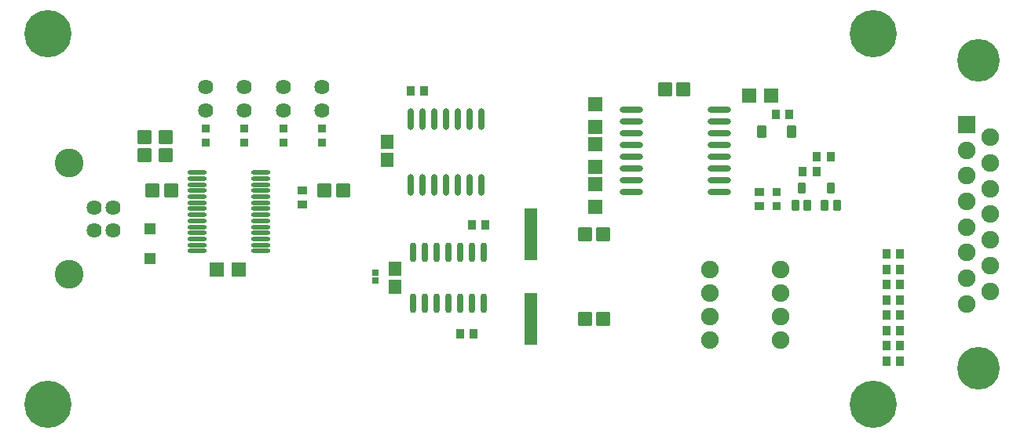
<source format=gts>
G04 Layer: TopSolderMaskLayer*
G04 EasyEDA v6.5.39, 2025-03-31 16:42:18*
G04 8c5cdcb6969146bda3c33439ce40f75b,8c5f514d37a848dc893bb94b3339d7fb,10*
G04 Gerber Generator version 0.2*
G04 Scale: 100 percent, Rotated: No, Reflected: No *
G04 Dimensions in millimeters *
G04 leading zeros omitted , absolute positions ,4 integer and 5 decimal *
%FSLAX45Y45*%
%MOMM*%

%AMMACRO1*1,1,$1,$2,$3*1,1,$1,$4,$5*1,1,$1,0-$2,0-$3*1,1,$1,0-$4,0-$5*20,1,$1,$2,$3,$4,$5,0*20,1,$1,$4,$5,0-$2,0-$3,0*20,1,$1,0-$2,0-$3,0-$4,0-$5,0*20,1,$1,0-$4,0-$5,$2,$3,0*4,1,4,$2,$3,$4,$5,0-$2,0-$3,0-$4,0-$5,$2,$3,0*%
%ADD10C,1.9016*%
%ADD11R,1.9016X1.9016*%
%ADD12C,4.6016*%
%ADD13MACRO1,0.1016X-0.675X0.705X0.675X0.705*%
%ADD14MACRO1,0.1016X-0.675X-0.705X0.675X-0.705*%
%ADD15MACRO1,0.1016X-0.705X-0.675X-0.705X0.675*%
%ADD16MACRO1,0.1016X0.705X-0.675X0.705X0.675*%
%ADD17MACRO1,0.1016X0.705X0.675X0.705X-0.675*%
%ADD18MACRO1,0.1016X-0.705X0.675X-0.705X-0.675*%
%ADD19MACRO1,0.1016X-0.75X0.6795X0.75X0.6795*%
%ADD20R,1.4516X1.5116*%
%ADD21MACRO1,0.1016X0.6795X0.75X0.6795X-0.75*%
%ADD22R,1.3016X1.3016*%
%ADD23MACRO1,0.1016X0.3X0.25X0.3X-0.25*%
%ADD24MACRO1,0.1016X0.455X-0.61X-0.455X-0.61*%
%ADD25MACRO1,0.1016X0.65X2.75X0.65X-2.75*%
%ADD26MACRO1,0.1016X-0.35X0.5X0.35X0.5*%
%ADD27R,0.9656X0.9081*%
%ADD28MACRO1,0.1016X-0.432X0.4032X0.432X0.4032*%
%ADD29MACRO1,0.1016X-0.432X-0.4032X0.432X-0.4032*%
%ADD30MACRO1,0.1016X0.4032X0.432X0.4032X-0.432*%
%ADD31MACRO1,0.1016X-0.4032X0.432X-0.4032X-0.432*%
%ADD32MACRO1,0.1016X-0.4032X-0.432X-0.4032X0.432*%
%ADD33MACRO1,0.1016X0.4032X-0.432X0.4032X0.432*%
%ADD34O,2.1170899999999997X0.4656074*%
%ADD35O,0.7036053999999999X2.332609*%
%ADD36O,0.6755891999999999X2.1395944*%
%ADD37O,2.5021032X0.6755891999999999*%
%ADD38C,3.1016*%
%ADD39C,1.6256*%
%ADD40C,5.1016*%
%ADD41C,0.0163*%

%LPD*%
D10*
G01*
X10947400Y8412645D03*
G01*
X10947400Y7027659D03*
G01*
X10947400Y6750646D03*
G01*
X10693400Y6612166D03*
G01*
X10693400Y6889153D03*
G01*
X10693400Y7166165D03*
G01*
X10947400Y7304646D03*
G01*
X10947400Y7581658D03*
G01*
X10947400Y7858645D03*
G01*
X10947400Y8135658D03*
G01*
X10693400Y7443152D03*
G01*
X10693400Y7720164D03*
G01*
X10693400Y8274164D03*
D11*
G01*
X10693400Y8551151D03*
D10*
G01*
X10693400Y7997151D03*
D12*
G01*
X10820425Y5915901D03*
G01*
X10820425Y9247898D03*
D13*
G01*
X2057400Y8218497D03*
D14*
G01*
X2057400Y8418502D03*
D13*
G01*
X1828800Y8218497D03*
D14*
G01*
X1828800Y8418502D03*
D15*
G01*
X2119302Y7835900D03*
D16*
G01*
X1919297Y7835900D03*
D17*
G01*
X3773497Y7835900D03*
D18*
G01*
X3973502Y7835900D03*
D19*
G01*
X2610500Y6985000D03*
G01*
X2850498Y6985000D03*
D20*
G01*
X4445000Y8367699D03*
G01*
X4445000Y8167700D03*
D17*
G01*
X6580197Y7366000D03*
D18*
G01*
X6780202Y7366000D03*
D17*
G01*
X6580197Y6451600D03*
D18*
G01*
X6780202Y6451600D03*
D20*
G01*
X4533900Y6996099D03*
G01*
X4533900Y6796100D03*
D19*
G01*
X8350900Y8864600D03*
G01*
X8590898Y8864600D03*
D21*
G01*
X6692900Y7905099D03*
G01*
X6692900Y7665101D03*
G01*
X6692900Y8768699D03*
G01*
X6692900Y8528701D03*
G01*
X6692900Y8336899D03*
G01*
X6692900Y8096901D03*
D15*
G01*
X7643802Y8928100D03*
D16*
G01*
X7443797Y8928100D03*
D22*
G01*
X1892300Y7424394D03*
G01*
X1892300Y7104405D03*
D23*
G01*
X4318000Y6948801D03*
G01*
X4318000Y6868798D03*
D24*
G01*
X8485188Y8470900D03*
G01*
X8812211Y8470900D03*
D25*
G01*
X5994398Y7364094D03*
G01*
X5994398Y6453505D03*
D26*
G01*
X8850376Y7677403D03*
G01*
X8980424Y7677403D03*
G01*
X8915374Y7867396D03*
G01*
X9167876Y7677403D03*
G01*
X9297924Y7677403D03*
G01*
X9232874Y7867396D03*
D27*
G01*
X2489200Y8508136D03*
G01*
X2489200Y8357463D03*
D28*
G01*
X3530600Y7684375D03*
D29*
G01*
X3530600Y7835024D03*
D27*
G01*
X2908300Y8508136D03*
G01*
X2908300Y8357463D03*
G01*
X3746500Y8508136D03*
G01*
X3746500Y8357463D03*
D30*
G01*
X4699875Y8915400D03*
D31*
G01*
X4850524Y8915400D03*
D27*
G01*
X3327400Y8508136D03*
G01*
X3327400Y8357463D03*
D30*
G01*
X5233275Y6286500D03*
D31*
G01*
X5383924Y6286500D03*
D32*
G01*
X5510924Y7467600D03*
D33*
G01*
X5360275Y7467600D03*
D30*
G01*
X9830675Y5994400D03*
D31*
G01*
X9981324Y5994400D03*
D30*
G01*
X9830675Y6324600D03*
D31*
G01*
X9981324Y6324600D03*
D30*
G01*
X9830675Y6654800D03*
D31*
G01*
X9981324Y6654800D03*
D30*
G01*
X9830675Y6985000D03*
D31*
G01*
X9981324Y6985000D03*
D30*
G01*
X9830675Y6159500D03*
D31*
G01*
X9981324Y6159500D03*
D30*
G01*
X9830675Y6489700D03*
D31*
G01*
X9981324Y6489700D03*
D30*
G01*
X9830675Y6819900D03*
D31*
G01*
X9981324Y6819900D03*
D30*
G01*
X9830675Y7150100D03*
D31*
G01*
X9981324Y7150100D03*
D30*
G01*
X8636875Y8661400D03*
D31*
G01*
X8787524Y8661400D03*
D27*
G01*
X8648700Y7822336D03*
G01*
X8648700Y7671663D03*
D32*
G01*
X9079624Y8039100D03*
D33*
G01*
X8928975Y8039100D03*
D30*
G01*
X9081375Y8204200D03*
D31*
G01*
X9232024Y8204200D03*
D28*
G01*
X8458200Y7671675D03*
D29*
G01*
X8458200Y7822324D03*
D10*
G01*
X7924800Y6985000D03*
G01*
X7924800Y6731000D03*
G01*
X8686800Y6985000D03*
G01*
X8686800Y6731000D03*
G01*
X7924800Y6477000D03*
G01*
X7924800Y6223000D03*
G01*
X8686800Y6477000D03*
G01*
X8686800Y6223000D03*
D34*
G01*
X3088716Y7184796D03*
G01*
X3088716Y7249795D03*
G01*
X3088716Y7314793D03*
G01*
X3088716Y7379792D03*
G01*
X3088716Y7444790D03*
G01*
X3088716Y7509789D03*
G01*
X3088716Y7574813D03*
G01*
X3088716Y7639812D03*
G01*
X3088716Y7704810D03*
G01*
X3088716Y7769809D03*
G01*
X3088716Y7834807D03*
G01*
X3088716Y7899806D03*
G01*
X3088716Y7964804D03*
G01*
X3088716Y8029803D03*
G01*
X2397683Y7184796D03*
G01*
X2397683Y7249795D03*
G01*
X2397683Y7314793D03*
G01*
X2397683Y7379792D03*
G01*
X2397683Y7444790D03*
G01*
X2397683Y7509789D03*
G01*
X2397683Y7574813D03*
G01*
X2397683Y7639812D03*
G01*
X2397683Y7704810D03*
G01*
X2397683Y7769809D03*
G01*
X2397683Y7834807D03*
G01*
X2397683Y7899806D03*
G01*
X2397683Y7964804D03*
G01*
X2397683Y8029803D03*
D35*
G01*
X4699000Y7898460D03*
G01*
X4826000Y7898460D03*
G01*
X4953000Y7898460D03*
G01*
X5080000Y7898460D03*
G01*
X5207000Y7898460D03*
G01*
X5334000Y7898460D03*
G01*
X5461000Y7898460D03*
G01*
X5461000Y8611514D03*
G01*
X4699000Y8611514D03*
G01*
X4826000Y8611514D03*
G01*
X4953000Y8611514D03*
G01*
X5080000Y8611514D03*
G01*
X5207000Y8611514D03*
G01*
X5334000Y8611514D03*
D36*
G01*
X4724400Y6619189D03*
G01*
X4851400Y6619189D03*
G01*
X4978400Y6619189D03*
G01*
X5105400Y6619189D03*
G01*
X5232400Y6619189D03*
G01*
X5359400Y6619189D03*
G01*
X5486400Y6619189D03*
G01*
X4724400Y7173010D03*
G01*
X4851400Y7173010D03*
G01*
X4978400Y7173010D03*
G01*
X5105400Y7173010D03*
G01*
X5232400Y7173010D03*
G01*
X5359400Y7173010D03*
G01*
X5486400Y7173010D03*
D37*
G01*
X7081469Y8712200D03*
G01*
X7081469Y8585200D03*
G01*
X7081469Y8458200D03*
G01*
X7081469Y8331200D03*
G01*
X7081469Y8204200D03*
G01*
X7081469Y8077200D03*
G01*
X7081469Y7950200D03*
G01*
X7081469Y7823200D03*
G01*
X8031530Y8712200D03*
G01*
X8031530Y8585200D03*
G01*
X8031530Y8458200D03*
G01*
X8031530Y8331200D03*
G01*
X8031530Y8204200D03*
G01*
X8031530Y8077200D03*
G01*
X8031530Y7950200D03*
G01*
X8031530Y7823200D03*
D38*
G01*
X1021816Y8133079D03*
G01*
X1021816Y6929069D03*
D39*
G01*
X1292809Y7406081D03*
G01*
X1292809Y7656068D03*
G01*
X1492808Y7656068D03*
G01*
X1492808Y7406081D03*
G01*
X3327400Y8699500D03*
G01*
X3327400Y8953500D03*
G01*
X3746500Y8699500D03*
G01*
X3746500Y8953500D03*
G01*
X2908300Y8699500D03*
G01*
X2908300Y8953500D03*
G01*
X2489200Y8699500D03*
G01*
X2489200Y8953500D03*
D40*
G01*
X792784Y5531104D03*
G01*
X792784Y9531095D03*
G01*
X9692766Y9531095D03*
G01*
X9692766Y5531104D03*
M02*

</source>
